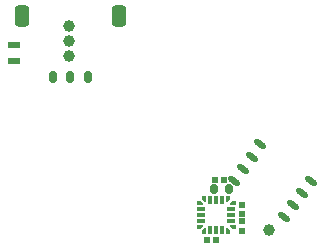
<source format=gbr>
%TF.GenerationSoftware,KiCad,Pcbnew,7.0.8*%
%TF.CreationDate,2024-02-20T09:55:18-08:00*%
%TF.ProjectId,adapter-encoder-pcb,61646170-7465-4722-9d65-6e636f646572,rev?*%
%TF.SameCoordinates,PX8db6561PY6e74585*%
%TF.FileFunction,Paste,Top*%
%TF.FilePolarity,Positive*%
%FSLAX46Y46*%
G04 Gerber Fmt 4.6, Leading zero omitted, Abs format (unit mm)*
G04 Created by KiCad (PCBNEW 7.0.8) date 2024-02-20 09:55:18*
%MOMM*%
%LPD*%
G01*
G04 APERTURE LIST*
G04 Aperture macros list*
%AMRoundRect*
0 Rectangle with rounded corners*
0 $1 Rounding radius*
0 $2 $3 $4 $5 $6 $7 $8 $9 X,Y pos of 4 corners*
0 Add a 4 corners polygon primitive as box body*
4,1,4,$2,$3,$4,$5,$6,$7,$8,$9,$2,$3,0*
0 Add four circle primitives for the rounded corners*
1,1,$1+$1,$2,$3*
1,1,$1+$1,$4,$5*
1,1,$1+$1,$6,$7*
1,1,$1+$1,$8,$9*
0 Add four rect primitives between the rounded corners*
20,1,$1+$1,$2,$3,$4,$5,0*
20,1,$1+$1,$4,$5,$6,$7,0*
20,1,$1+$1,$6,$7,$8,$9,0*
20,1,$1+$1,$8,$9,$2,$3,0*%
%AMHorizOval*
0 Thick line with rounded ends*
0 $1 width*
0 $2 $3 position (X,Y) of the first rounded end (center of the circle)*
0 $4 $5 position (X,Y) of the second rounded end (center of the circle)*
0 Add line between two ends*
20,1,$1,$2,$3,$4,$5,0*
0 Add two circle primitives to create the rounded ends*
1,1,$1,$2,$3*
1,1,$1,$4,$5*%
%AMFreePoly0*
4,1,6,0.325000,0.000000,0.325000,-0.150000,-0.175000,-0.150000,-0.175000,0.150000,0.175000,0.150000,0.325000,0.000000,0.325000,0.000000,$1*%
%AMFreePoly1*
4,1,6,0.325000,0.000000,0.175000,-0.150000,-0.175000,-0.150000,-0.175000,0.150000,0.325000,0.150000,0.325000,0.000000,0.325000,0.000000,$1*%
%AMFreePoly2*
4,1,6,0.150000,-0.175000,-0.150000,-0.175000,-0.150000,0.175000,0.000000,0.325000,0.150000,0.325000,0.150000,-0.175000,0.150000,-0.175000,$1*%
%AMFreePoly3*
4,1,6,0.150000,0.175000,0.150000,-0.175000,-0.150000,-0.175000,-0.150000,0.325000,0.000000,0.325000,0.150000,0.175000,0.150000,0.175000,$1*%
%AMFreePoly4*
4,1,6,0.175000,-0.150000,-0.175000,-0.150000,-0.325000,0.000000,-0.325000,0.150000,0.175000,0.150000,0.175000,-0.150000,0.175000,-0.150000,$1*%
%AMFreePoly5*
4,1,7,0.175000,-0.150000,-0.175000,-0.150000,-0.325000,-0.150000,-0.325000,0.000000,-0.175000,0.150000,0.175000,0.150000,0.175000,-0.150000,0.175000,-0.150000,$1*%
%AMFreePoly6*
4,1,6,0.150000,-0.175000,0.000000,-0.325000,-0.150000,-0.325000,-0.150000,0.175000,0.150000,0.175000,0.150000,-0.175000,0.150000,-0.175000,$1*%
%AMFreePoly7*
4,1,6,0.150000,-0.325000,0.000000,-0.325000,-0.150000,-0.175000,-0.150000,0.175000,0.150000,0.175000,0.150000,-0.325000,0.150000,-0.325000,$1*%
G04 Aperture macros list end*
%ADD10C,1.000000*%
%ADD11RoundRect,0.025000X-0.225000X0.175000X-0.225000X-0.175000X0.225000X-0.175000X0.225000X0.175000X0*%
%ADD12RoundRect,0.025000X-0.175000X-0.225000X0.175000X-0.225000X0.175000X0.225000X-0.175000X0.225000X0*%
%ADD13RoundRect,0.150000X-0.150000X-0.250000X0.150000X-0.250000X0.150000X0.250000X-0.150000X0.250000X0*%
%ADD14RoundRect,0.025000X0.175000X0.225000X-0.175000X0.225000X-0.175000X-0.225000X0.175000X-0.225000X0*%
%ADD15R,0.990600X0.609600*%
%ADD16FreePoly0,90.000000*%
%ADD17R,0.300000X0.700000*%
%ADD18FreePoly1,90.000000*%
%ADD19FreePoly2,90.000000*%
%ADD20R,0.700000X0.300000*%
%ADD21FreePoly3,90.000000*%
%ADD22FreePoly4,90.000000*%
%ADD23FreePoly5,90.000000*%
%ADD24FreePoly6,90.000000*%
%ADD25FreePoly7,90.000000*%
%ADD26RoundRect,0.025000X0.225000X-0.175000X0.225000X0.175000X-0.225000X0.175000X-0.225000X-0.175000X0*%
%ADD27HorizOval,0.550000X-0.242705X0.176336X0.242705X-0.176336X0*%
%ADD28RoundRect,0.150000X-0.150000X-0.350000X0.150000X-0.350000X0.150000X0.350000X-0.150000X0.350000X0*%
%ADD29RoundRect,0.312500X-0.312500X-0.587500X0.312500X-0.587500X0.312500X0.587500X-0.312500X0.587500X0*%
G04 APERTURE END LIST*
D10*
%TO.C,M1*%
X-17200000Y10541000D03*
%TD*%
%TO.C,M3*%
X-17190000Y11810000D03*
%TD*%
%TO.C,M6*%
X-280000Y-4140000D03*
%TD*%
D11*
%TO.C,C4*%
X-2550000Y-3420000D03*
X-2550000Y-4220000D03*
%TD*%
D12*
%TO.C,C3*%
X-4870000Y90000D03*
X-4070000Y90000D03*
%TD*%
D13*
%TO.C,C1*%
X-4970000Y-690000D03*
X-3670000Y-690000D03*
%TD*%
D10*
%TO.C,M2*%
X-17190000Y13080000D03*
%TD*%
D14*
%TO.C,C5*%
X-4750000Y-5020000D03*
X-5550000Y-5020000D03*
%TD*%
D15*
%TO.C,F1*%
X-21900000Y11498500D03*
X-21900000Y10101500D03*
%TD*%
D16*
%TO.C,U2*%
X-5750000Y-4375000D03*
D17*
X-5250000Y-4200000D03*
X-4750000Y-4200000D03*
X-4250000Y-4200000D03*
D18*
X-3750000Y-4375000D03*
D19*
X-3275000Y-3900000D03*
D20*
X-3450000Y-3400000D03*
X-3450000Y-2900000D03*
X-3450000Y-2400000D03*
D21*
X-3275000Y-1900000D03*
D22*
X-3750000Y-1425000D03*
D17*
X-4250000Y-1600000D03*
X-4750000Y-1600000D03*
X-5250000Y-1600000D03*
D23*
X-5750000Y-1425000D03*
D24*
X-6225000Y-1900000D03*
D20*
X-6050000Y-2400000D03*
X-6050000Y-2900000D03*
X-6050000Y-3400000D03*
D25*
X-6225000Y-3900000D03*
%TD*%
D26*
%TO.C,C2*%
X-2550000Y-2840000D03*
X-2550000Y-2040000D03*
%TD*%
D27*
%TO.C,U1*%
X-1003939Y3084114D03*
X-1750426Y2056662D03*
X-2496913Y1029210D03*
X-3243401Y1759D03*
X1003939Y-3084114D03*
X1750426Y-2056662D03*
X2496913Y-1029210D03*
X3243401Y-1759D03*
%TD*%
D28*
%TO.C,U4*%
X-18600000Y8750000D03*
X-17100000Y8750000D03*
X-15600000Y8750000D03*
D29*
X-21205000Y13950000D03*
X-12995000Y13950000D03*
%TD*%
M02*

</source>
